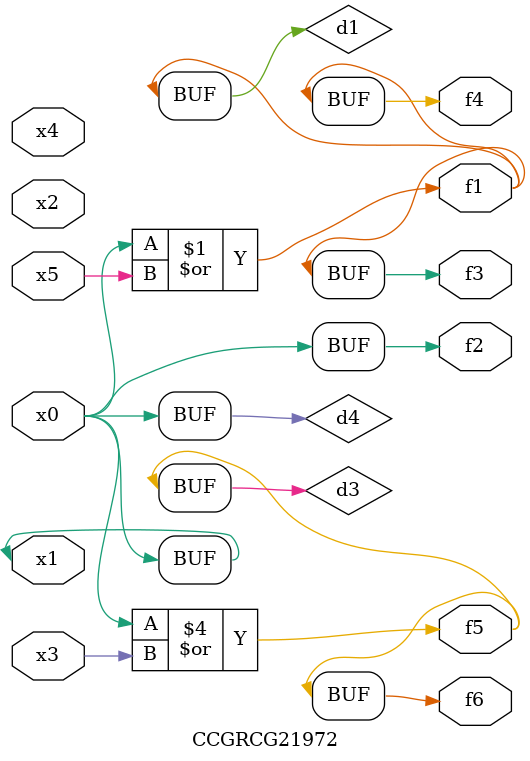
<source format=v>
module CCGRCG21972(
	input x0, x1, x2, x3, x4, x5,
	output f1, f2, f3, f4, f5, f6
);

	wire d1, d2, d3, d4;

	or (d1, x0, x5);
	xnor (d2, x1, x4);
	or (d3, x0, x3);
	buf (d4, x0, x1);
	assign f1 = d1;
	assign f2 = d4;
	assign f3 = d1;
	assign f4 = d1;
	assign f5 = d3;
	assign f6 = d3;
endmodule

</source>
